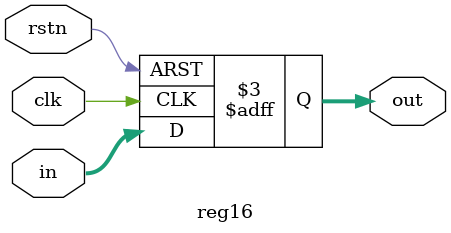
<source format=sv>
module reg16 (
	input clk, rstn,
	input [15:0] in,
	output reg [15:0] out
);

	always_ff @ (negedge clk, negedge rstn)
	if (!rstn) out <= 0;
	else out <= in;

endmodule

</source>
